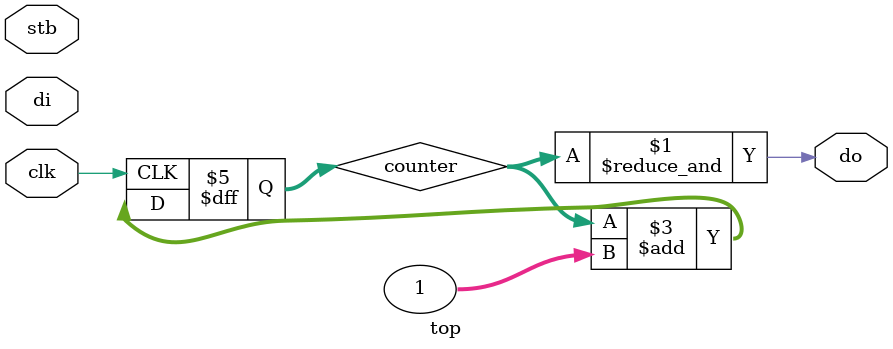
<source format=v>
module top(input clk, stb, di, output do);

reg [31:0] counter = 0;

assign do = &counter;

always @(posedge clk) begin
    counter <= counter + 1;
end

endmodule

</source>
